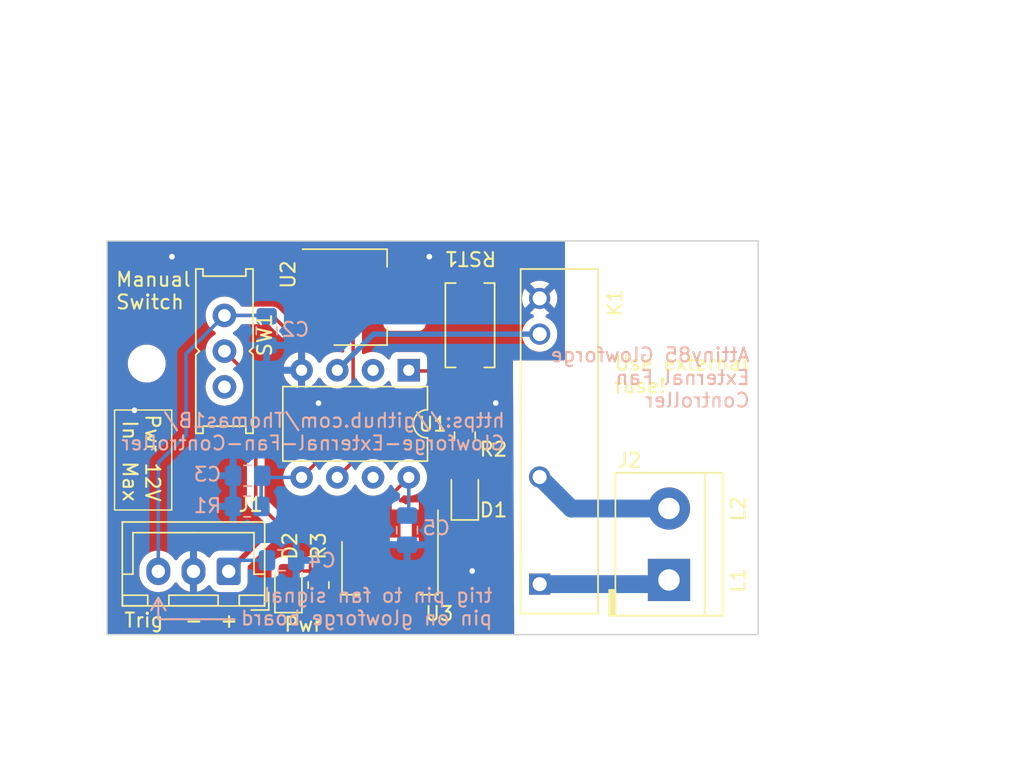
<source format=kicad_pcb>
(kicad_pcb (version 20221018) (generator pcbnew)
  (layers (0 "F.Cu" signal) (31 "B.Cu" signal) (34 "B.Paste" user) (35 "F.Paste" user) (36 "B.SilkS" user "B.Silkscreen") (37 "F.SilkS" user "F.Silkscreen") (38 "B.Mask" user) (39 "F.Mask" user) (44 "Edge.Cuts" user))
  (net 0 "")
  (net 1 "Net-(U1-PB0)")
  (net 2 "GND")
  (net 3 "/trigger_pin")
  (net 4 "/Vcc")
  (net 5 "Net-(J2-Pin_1)")
  (net 6 "Net-(J2-Pin_2)")
  (net 7 "Net-(K1-Signal+)")
  (net 8 "Net-(U1-PB5)")
  (net 11 "Net-(D1-A)")
  (net 13 "Net-(D2-A)")
  (net 14 "Net-(U1-PB1)")
  (net 15 "/Vin")
  (footprint "000_Thomas_Footprints:myTerminalBlock-2_P5.08mm" (layer "F.Cu") (at 145.5735 92.071 90)
    (fp_text reference "J2" (at 6.219 -1.8095 unlocked) (layer "F.SilkS"))
    (fp_text value "Fan_connector")
    (fp_line (start -4.83 -2.81) (end -4.83 4.81) (stroke (width 0.12)) (layer "F.SilkS"))
    (fp_line (start -4.83 4.81) (end 5.33 4.81) (stroke (width 0.12)) (layer "F.SilkS"))
    (fp_line (start 5.33 -2.81) (end -4.83 -2.81) (stroke (width 0.12)) (layer "F.SilkS"))
    (fp_line (start 5.33 3.54) (end -4.83 3.54) (stroke (width 0.12)) (layer "F.SilkS"))
    (fp_line (start 5.33 4.81) (end 5.33 -2.81) (stroke (width 0.12)) (layer "F.SilkS"))
    (fp_rect (start -4.83 -3.25) (end -3 -2.81) (stroke (width 0.12)) (fill solid) (layer "F.SilkS"))
    (pad "1" thru_hole rect (at -2.29 1 90) (size 3 3) (drill 1.52) (layers "*.Cu" "*.Mask") (net 5 "Net-(J2-Pin_1)"))
    (pad "2" thru_hole circle (at 2.79 1 90) (size 3 3) (drill 1.52) (layers "*.Cu" "*.Mask") (net 6 "Net-(J2-Pin_2)"))
  )
  (footprint "MountingHole:MountingHole_2.2mm_M2" (layer "F.Cu") (at 146.939 74.911 180)
    (fp_text reference "H1" hide)
    (fp_text value "MountingHole")
    (pad "" np_thru_hole circle (at 0 0 180) (size 2.2 2.2) (drill 2.2) (layers "*.Cu" "*.Mask"))
  )
  (footprint "Package_DIP:DIP-8_W7.62mm" (layer "F.Cu") (at 128.081 79.449 -90)
    (fp_text reference "U1" (at 3.844 -1.698) (layer "F.SilkS"))
    (fp_text value "attiny85")
    (fp_line (start 1.16 -1.33) (end 1.16 8.95) (stroke (width 0.12)) (layer "F.SilkS"))
    (fp_line (start 1.16 8.95) (end 6.46 8.95) (stroke (width 0.12)) (layer "F.SilkS"))
    (fp_line (start 2.81 -1.33) (end 1.16 -1.33) (stroke (width 0.12)) (layer "F.SilkS"))
    (fp_line (start 6.46 -1.33) (end 4.81 -1.33) (stroke (width 0.12)) (layer "F.SilkS"))
    (fp_line (start 6.46 8.95) (end 6.46 -1.33) (stroke (width 0.12)) (layer "F.SilkS"))
    (fp_arc (start 4.81 -1.33) (mid 3.81 -0.33) (end 2.81 -1.33) (stroke (width 0.12)) (layer "F.SilkS"))
    (pad "1" thru_hole rect (at 0 0 270) (size 1.6 1.6) (drill 0.8) (layers "*.Cu" "*.Mask") (net 8 "Net-(U1-PB5)"))
    (pad "2" thru_hole oval (at 0 2.54 270) (size 1.6 1.6) (drill 0.8) (layers "*.Cu" "*.Mask"))
    (pad "3" thru_hole oval (at 0 5.08 270) (size 1.6 1.6) (drill 0.8) (layers "*.Cu" "*.Mask") (net 7 "Net-(K1-Signal+)"))
    (pad "4" thru_hole oval (at 0 7.62 270) (size 1.6 1.6) (drill 0.8) (layers "*.Cu" "*.Mask") (net 2 "GND"))
    (pad "5" thru_hole oval (at 7.62 7.62 270) (size 1.6 1.6) (drill 0.8) (layers "*.Cu" "*.Mask") (net 1 "Net-(U1-PB0)"))
    (pad "6" thru_hole oval (at 7.62 5.08 270) (size 1.6 1.6) (drill 0.8) (layers "*.Cu" "*.Mask") (net 14 "Net-(U1-PB1)"))
    (pad "7" thru_hole oval (at 7.62 2.54 270) (size 1.6 1.6) (drill 0.8) (layers "*.Cu" "*.Mask"))
    (pad "8" thru_hole oval (at 7.62 0 270) (size 1.6 1.6) (drill 0.8) (layers "*.Cu" "*.Mask") (net 4 "/Vcc"))
  )
  (footprint "Package_TO_SOT_SMD:SOT-223-3_TabPin2" (layer "F.Cu") (at 124.631 74.249)
    (fp_text reference "U2" (at -5.124 -1.605 90) (layer "F.SilkS"))
    (fp_text value "AMS1117-5.0")
    (fp_line (start -4.1 -3.41) (end 1.91 -3.41) (stroke (width 0.12)) (layer "F.SilkS"))
    (fp_line (start -1.85 3.41) (end 1.91 3.41) (stroke (width 0.12)) (layer "F.SilkS"))
    (fp_line (start 1.91 -3.41) (end 1.91 -2.15) (stroke (width 0.12)) (layer "F.SilkS"))
    (fp_line (start 1.91 3.41) (end 1.91 2.15) (stroke (width 0.12)) (layer "F.SilkS"))
    (pad "1" smd rect (at -3.15 -2.3) (size 2 1.5) (layers "F.Cu" "F.Paste" "F.Mask") (net 2 "GND"))
    (pad "2" smd rect (at -3.15 0) (size 2 1.5) (layers "F.Cu" "F.Paste" "F.Mask") (net 1 "Net-(U1-PB0)"))
    (pad "2" smd rect (at 3.15 0) (size 2 3.8) (layers "F.Cu" "F.Paste" "F.Mask"))
    (pad "3" smd rect (at -3.15 2.3) (size 2 1.5) (layers "F.Cu" "F.Paste" "F.Mask") (net 3 "/trigger_pin"))
  )
  (footprint "LED_SMD:LED_0805_2012Metric_Pad1.15x1.40mm_HandSolder" (layer "F.Cu") (at 132.065 88.234 90)
    (fp_text reference "D1" (at -1.155 2.032) (layer "F.SilkS"))
    (fp_text value "Green LED")
    (fp_line (start -1.86 -0.96) (end -1.86 0.96) (stroke (width 0.12)) (layer "F.SilkS"))
    (fp_line (start -1.86 0.96) (end 1 0.96) (stroke (width 0.12)) (layer "F.SilkS"))
    (fp_line (start 1 -0.96) (end -1.86 -0.96) (stroke (width 0.12)) (layer "F.SilkS"))
    (pad "1" smd roundrect (at -1.025 0 90) (size 1.15 1.4) (layers "F.Cu" "F.Paste" "F.Mask") (roundrect_rratio 0.217391) (net 2 "GND"))
    (pad "2" smd roundrect (at 1.025 0 90) (size 1.15 1.4) (layers "F.Cu" "F.Paste" "F.Mask") (roundrect_rratio 0.217391) (net 11 "Net-(D1-A)"))
  )
  (footprint "MountingHole:MountingHole_2.2mm_M2" (layer "F.Cu") (at 109.459 78.975 180)
    (fp_text reference "H2" hide)
    (fp_text value "MountingHole")
    (pad "" np_thru_hole circle (at 0 0 180) (size 2.2 2.2) (drill 2.2) (layers "*.Cu" "*.Mask"))
  )
  (footprint "Resistor_SMD:R_0805_2012Metric_Pad1.20x1.40mm_HandSolder" (layer "F.Cu") (at 132.065 84.071 -90)
    (fp_text reference "R2" (at 1 -2.032) (layer "F.SilkS"))
    (fp_text value "2K")
    (fp_line (start -0.227064 -0.735) (end 0.227064 -0.735) (stroke (width 0.12)) (layer "F.SilkS"))
    (fp_line (start -0.227064 0.735) (end 0.227064 0.735) (stroke (width 0.12)) (layer "F.SilkS"))
    (pad "1" smd roundrect (at -1 0 270) (size 1.2 1.4) (layers "F.Cu" "F.Paste" "F.Mask") (roundrect_rratio 0.208333) (net 14 "Net-(U1-PB1)"))
    (pad "2" smd roundrect (at 1 0 270) (size 1.2 1.4) (layers "F.Cu" "F.Paste" "F.Mask") (roundrect_rratio 0.208333) (net 11 "Net-(D1-A)"))
  )
  (footprint "Package_TO_SOT_SMD:SOT-223-3_TabPin2" (layer "F.Cu") (at 126.746 93.499 -90)
    (fp_text reference "U3" (at 3.256 -3.502) (layer "F.SilkS"))
    (fp_text value "AMS1117-5.0")
    (fp_line (start -4.1 -3.41) (end 1.91 -3.41) (stroke (width 0.12)) (layer "F.SilkS"))
    (fp_line (start -1.85 3.41) (end 1.91 3.41) (stroke (width 0.12)) (layer "F.SilkS"))
    (fp_line (start 1.91 -3.41) (end 1.91 -2.15) (stroke (width 0.12)) (layer "F.SilkS"))
    (fp_line (start 1.91 3.41) (end 1.91 2.15) (stroke (width 0.12)) (layer "F.SilkS"))
    (pad "1" smd rect (at -3.15 -2.3 270) (size 2 1.5) (layers "F.Cu" "F.Paste" "F.Mask") (net 2 "GND"))
    (pad "2" smd rect (at -3.15 0 270) (size 2 1.5) (layers "F.Cu" "F.Paste" "F.Mask") (net 4 "/Vcc"))
    (pad "2" smd rect (at 3.15 0 270) (size 2 3.8) (layers "F.Cu" "F.Paste" "F.Mask") (net 4 "/Vcc"))
    (pad "3" smd rect (at -3.15 2.3 270) (size 2 1.5) (layers "F.Cu" "F.Paste" "F.Mask") (net 15 "/Vin"))
  )
  (footprint "000_Thomas_Footprints:SW_PTS636_SM43J_SMTR_LFS" (layer "F.Cu") (at 132.431 76.249 -90)
    (fp_text reference "RST1" (at -4.748 -0.03 -180 unlocked) (layer "F.SilkS"))
    (fp_text value "SW_Push")
    (fp_line (start -3 -1.75) (end 3 -1.75) (stroke (width 0.127)) (layer "F.SilkS"))
    (fp_line (start -3 -1.0135) (end -3 -1.75) (stroke (width 0.127)) (layer "F.SilkS"))
    (fp_line (start -3 1.75) (end -3 1.0135) (stroke (width 0.127)) (layer "F.SilkS"))
    (fp_line (start 3 -1.75) (end 3 -1.0135) (stroke (width 0.127)) (layer "F.SilkS"))
    (fp_line (start 3 1.0135) (end 3 1.75) (stroke (width 0.127)) (layer "F.SilkS"))
    (fp_line (start 3 1.75) (end -3 1.75) (stroke (width 0.127)) (layer "F.SilkS"))
    (pad "1" smd rect (at -3.25 0 270) (size 0.9 1.4) (layers "F.Cu" "F.Paste" "F.Mask") (net 2 "GND"))
    (pad "2" smd rect (at 3.25 0 270) (size 0.9 1.4) (layers "F.Cu" "F.Paste" "F.Mask") (net 8 "Net-(U1-PB5)"))
  )
  (footprint "LED_SMD:LED_0805_2012Metric_Pad1.15x1.40mm_HandSolder" (layer "F.Cu") (at 119.527 94.824 90)
    (fp_text reference "D2" (at 2.876 0.107 90) (layer "F.SilkS"))
    (fp_text value "Red LED")
    (fp_line (start -1.86 -0.96) (end -1.86 0.96) (stroke (width 0.12)) (layer "F.SilkS"))
    (fp_line (start -1.86 0.96) (end 1 0.96) (stroke (width 0.12)) (layer "F.SilkS"))
    (fp_line (start 1 -0.96) (end -1.86 -0.96) (stroke (width 0.12)) (layer "F.SilkS"))
    (pad "1" smd roundrect (at -1.025 0 90) (size 1.15 1.4) (layers "F.Cu" "F.Paste" "F.Mask") (roundrect_rratio 0.217391) (net 2 "GND"))
    (pad "2" smd roundrect (at 1.025 0 90) (size 1.15 1.4) (layers "F.Cu" "F.Paste" "F.Mask") (roundrect_rratio 0.217391) (net 13 "Net-(D2-A)"))
  )
  (footprint "000_Thomas_Footprints:G3MB-202PDC5 Relay" (layer "F.Cu") (at 140.511 84.807 -90)
    (fp_text reference "K1" (at -10.15 -2.222 90) (layer "F.SilkS"))
    (fp_text value "G3MB-202PDC5 Relay")
    (fp_line (start -12.558 -1.02) (end -12.558 4.48) (stroke (width 0.127)) (layer "F.SilkS"))
    (fp_line (start -12.558 4.48) (end 11.942 4.48) (stroke (width 0.127)) (layer "F.SilkS"))
    (fp_line (start 11.942 -1.02) (end -12.558 -1.02) (stroke (width 0.127)) (layer "F.SilkS"))
    (fp_line (start 11.942 4.48) (end 11.942 -1.02) (stroke (width 0.127)) (layer "F.SilkS"))
    (pad "1" thru_hole rect (at 9.852 3.13 90) (size 1.508 1.508) (drill 1) (layers "*.Cu" "*.Mask") (net 5 "Net-(J2-Pin_1)"))
    (pad "2" thru_hole circle (at 2.232 3.13 90) (size 1.508 1.508) (drill 1) (layers "*.Cu" "*.Mask") (net 6 "Net-(J2-Pin_2)"))
    (pad "3" thru_hole circle (at -7.928 3.13 90) (size 1.508 1.508) (drill 1) (layers "*.Cu" "*.Mask") (net 7 "Net-(K1-Signal+)"))
    (pad "4" thru_hole circle (at -10.468 3.13 90) (size 1.508 1.508) (drill 1) (layers "*.Cu" "*.Mask") (net 2 "GND"))
  )
  (footprint "Connector_JST:JST_XH_B3B-XH-A_1x03_P2.50mm_Vertical" (layer "F.Cu") (at 115.281 93.749 180)
    (fp_text reference "J1" (at -1.57 4.75) (layer "F.SilkS"))
    (fp_text value "Conn_01x03")
    (fp_line (start -2.85 -2.75) (end -2.85 -1.5) (stroke (width 0.12)) (layer "F.SilkS"))
    (fp_line (start -2.56 -2.46) (end -2.56 3.51) (stroke (width 0.12)) (layer "F.SilkS"))
    (fp_line (start -2.56 3.51) (end 7.56 3.51) (stroke (width 0.12)) (layer "F.SilkS"))
    (fp_line (start -2.55 -2.45) (end -2.55 -1.7) (stroke (width 0.12)) (layer "F.SilkS"))
    (fp_line (start -2.55 -1.7) (end -0.75 -1.7) (stroke (width 0.12)) (layer "F.SilkS"))
    (fp_line (start -2.55 -0.2) (end -1.8 -0.2) (stroke (width 0.12)) (layer "F.SilkS"))
    (fp_line (start -1.8 -0.2) (end -1.8 2.75) (stroke (width 0.12)) (layer "F.SilkS"))
    (fp_line (start -1.8 2.75) (end 2.5 2.75) (stroke (width 0.12)) (layer "F.SilkS"))
    (fp_line (start -1.6 -2.75) (end -2.85 -2.75) (stroke (width 0.12)) (layer "F.SilkS"))
    (fp_line (start -0.75 -2.45) (end -2.55 -2.45) (stroke (width 0.12)) (layer "F.SilkS"))
    (fp_line (start -0.75 -1.7) (end -0.75 -2.45) (stroke (width 0.12)) (layer "F.SilkS"))
    (fp_line (start 0.75 -2.45) (end 0.75 -1.7) (stroke (width 0.12)) (layer "F.SilkS"))
    (fp_line (start 0.75 -1.7) (end 4.25 -1.7) (stroke (width 0.12)) (layer "F.SilkS"))
    (fp_line (start 4.25 -2.45) (end 0.75 -2.45) (stroke (width 0.12)) (layer "F.SilkS"))
    (fp_line (start 4.25 -1.7) (end 4.25 -2.45) (stroke (width 0.12)) (layer "F.SilkS"))
    (fp_line (start 5.75 -2.45) (end 5.75 -1.7) (stroke (width 0.12)) (layer "F.SilkS"))
    (fp_line (start 5.75 -1.7) (end 7.55 -1.7) (stroke (width 0.12)) (layer "F.SilkS"))
    (fp_line (start 6.8 -0.2) (end 6.8 2.75) (stroke (width 0.12)) (layer "F.SilkS"))
    (fp_line (start 6.8 2.75) (end 2.5 2.75) (stroke (width 0.12)) (layer "F.SilkS"))
    (fp_line (start 7.55 -2.45) (end 5.75 -2.45) (stroke (width 0.12)) (layer "F.SilkS"))
    (fp_line (start 7.55 -1.7) (end 7.55 -2.45) (stroke (width 0.12)) (layer "F.SilkS"))
    (fp_line (start 7.55 -0.2) (end 6.8 -0.2) (stroke (width 0.12)) (layer "F.SilkS"))
    (fp_line (start 7.56 -2.46) (end -2.56 -2.46) (stroke (width 0.12)) (layer "F.SilkS"))
    (fp_line (start 7.56 3.51) (end 7.56 -2.46) (stroke (width 0.12)) (layer "F.SilkS"))
    (pad "1" thru_hole roundrect (at 0 0 180) (size 1.7 1.95) (drill 0.95) (layers "*.Cu" "*.Mask") (roundrect_rratio 0.147059) (net 15 "/Vin"))
    (pad "2" thru_hole oval (at 2.5 0 180) (size 1.7 1.95) (drill 0.95) (layers "*.Cu" "*.Mask") (net 2 "GND"))
    (pad "3" thru_hole oval (at 5 0 180) (size 1.7 1.95) (drill 0.95) (layers "*.Cu" "*.Mask") (net 3 "/trigger_pin"))
  )
  (footprint "Resistor_SMD:R_0805_2012Metric_Pad1.20x1.40mm_HandSolder" (layer "F.Cu") (at 121.666 94.726 90)
    (fp_text reference "R3" (at 2.778 0 90) (layer "F.SilkS"))
    (fp_text value "2K")
    (fp_line (start -0.227064 -0.735) (end 0.227064 -0.735) (stroke (width 0.12)) (layer "F.SilkS"))
    (fp_line (start -0.227064 0.735) (end 0.227064 0.735) (stroke (width 0.12)) (layer "F.SilkS"))
    (pad "1" smd roundrect (at -1 0 90) (size 1.2 1.4) (layers "F.Cu" "F.Paste" "F.Mask") (roundrect_rratio 0.208333) (net 4 "/Vcc"))
    (pad "2" smd roundrect (at 1 0 90) (size 1.2 1.4) (layers "F.Cu" "F.Paste" "F.Mask") (roundrect_rratio 0.208333) (net 13 "Net-(D2-A)"))
  )
  (footprint "000_Thomas_Footprints:EG1218 Slide Switch" (layer "F.Cu") (at 114.981 78.089 90)
    (fp_text reference "SW1" (at 1.146 2.86 90) (layer "F.SilkS"))
    (fp_text value "SW_SPDT")
    (fp_line (start -5.842 -2.032) (end -0.254 -2.032) (stroke (width 0.127)) (layer "F.SilkS"))
    (fp_line (start -5.842 -1.524) (end -5.842 -2.032) (stroke (width 0.127)) (layer "F.SilkS"))
    (fp_line (start -5.842 1.524) (end -5.334 1.524) (stroke (width 0.127)) (layer "F.SilkS"))
    (fp_line (start -5.842 2.032) (end -5.842 1.524) (stroke (width 0.127)) (layer "F.SilkS"))
    (fp_line (start -5.334 -1.524) (end -5.842 -1.524) (stroke (width 0.127)) (layer "F.SilkS"))
    (fp_line (start -5.334 1.524) (end -5.334 -1.524) (stroke (width 0.127)) (layer "F.SilkS"))
    (fp_line (start -0.254 -2.032) (end 0 -1.778) (stroke (width 0.127)) (layer "F.SilkS"))
    (fp_line (start -0.254 2.032) (end -5.842 2.032) (stroke (width 0.127)) (layer "F.SilkS"))
    (fp_line (start 0 -1.778) (end 0.254 -2.032) (stroke (width 0.127)) (layer "F.SilkS"))
    (fp_line (start 0 1.778) (end -0.254 2.032) (stroke (width 0.127)) (layer "F.SilkS"))
    (fp_line (start 0.254 -2.032) (end 5.842 -2.032) (stroke (width 0.127)) (layer "F.SilkS"))
    (fp_line (start 0.254 2.032) (end 0 1.778) (stroke (width 0.127)) (layer "F.SilkS"))
    (fp_line (start 5.334 -1.524) (end 5.334 1.524) (stroke (width 0.127)) (layer "F.SilkS"))
    (fp_line (start 5.334 1.524) (end 5.842 1.524) (stroke (width 0.127)) (layer "F.SilkS"))
    (fp_line (start 5.842 -2.032) (end 5.842 -1.524) (stroke (width 0.127)) (layer "F.SilkS"))
    (fp_line (start 5.842 -1.524) (end 5.334 -1.524) (stroke (width 0.127)) (layer "F.SilkS"))
    (fp_line (start 5.842 1.524) (end 5.842 2.032) (stroke (width 0.127)) (layer "F.SilkS"))
    (fp_line (start 5.842 2.032) (end 0.254 2.032) (stroke (width 0.127)) (layer "F.SilkS"))
    (pad "1" thru_hole circle (at -2.54 0 90) (size 1.6764 1.6764) (drill 0.9) (layers "*.Cu" "*.Mask"))
    (pad "2" thru_hole circle (at 0 0 90) (size 1.6764 1.6764) (drill 0.9) (layers "*.Cu" "*.Mask") (net 15 "/Vin"))
    (pad "3" thru_hole circle (at 2.54 0 90) (size 1.6764 1.6764) (drill 0.9) (layers "*.Cu" "*.Mask") (net 3 "/trigger_pin"))
  )
  (footprint "Capacitor_SMD:C_0805_2012Metric_Pad1.18x1.45mm_HandSolder" (layer "B.Cu") (at 117.981 76.649 -90)
    (fp_text reference "C2" (at -0.1 -2.05) (layer "B.SilkS") (effects (justify mirror)))
    (fp_text value "10uF")
    (fp_line (start -0.261252 -0.735) (end 0.261252 -0.735) (stroke (width 0.12)) (layer "B.SilkS"))
    (fp_line (start -0.261252 0.735) (end 0.261252 0.735) (stroke (width 0.12)) (layer "B.SilkS"))
    (pad "1" smd roundrect (at -1.0375 0 270) (size 1.175 1.45) (layers "B.Cu" "B.Paste" "B.Mask") (roundrect_rratio 0.212766) (net 3 "/trigger_pin"))
    (pad "2" smd roundrect (at 1.0375 0 270) (size 1.175 1.45) (layers "B.Cu" "B.Paste" "B.Mask") (roundrect_rratio 0.212766) (net 2 "GND"))
  )
  (footprint "Capacitor_SMD:C_0805_2012Metric_Pad1.18x1.45mm_HandSolder" (layer "B.Cu") (at 127.961 90.819 90)
    (fp_text reference "C5" (at 0.16 2.072) (layer "B.SilkS") (effects (justify mirror)))
    (fp_text value "22uF")
    (fp_line (start -0.261252 -0.735) (end 0.261252 -0.735) (stroke (width 0.12)) (layer "B.SilkS"))
    (fp_line (start -0.261252 0.735) (end 0.261252 0.735) (stroke (width 0.12)) (layer "B.SilkS"))
    (pad "1" smd roundrect (at -1.0375 0 90) (size 1.175 1.45) (layers "B.Cu" "B.Paste" "B.Mask") (roundrect_rratio 0.212766) (net 2 "GND"))
    (pad "2" smd roundrect (at 1.0375 0 90) (size 1.175 1.45) (layers "B.Cu" "B.Paste" "B.Mask") (roundrect_rratio 0.212766) (net 4 "/Vcc"))
  )
  (footprint "Capacitor_SMD:C_0805_2012Metric_Pad1.18x1.45mm_HandSolder" (layer "B.Cu") (at 119.0435 92.964 180)
    (fp_text reference "C4" (at -2.8765 0) (layer "B.SilkS") (effects (justify mirror)))
    (fp_text value "10uF")
    (fp_line (start -0.261252 -0.735) (end 0.261252 -0.735) (stroke (width 0.12)) (layer "B.SilkS"))
    (fp_line (start -0.261252 0.735) (end 0.261252 0.735) (stroke (width 0.12)) (layer "B.SilkS"))
    (pad "1" smd roundrect (at -1.0375 0 180) (size 1.175 1.45) (layers "B.Cu" "B.Paste" "B.Mask") (roundrect_rratio 0.212766) (net 2 "GND"))
    (pad "2" smd roundrect (at 1.0375 0 180) (size 1.175 1.45) (layers "B.Cu" "B.Paste" "B.Mask") (roundrect_rratio 0.212766) (net 15 "/Vin"))
  )
  (footprint "Capacitor_SMD:C_0805_2012Metric_Pad1.18x1.45mm_HandSolder" (layer "B.Cu") (at 116.631 86.949 180)
    (fp_text reference "C3" (at 2.854 0.1) (layer "B.SilkS") (effects (justify mirror)))
    (fp_text value "22uF")
    (fp_line (start -0.261252 -0.735) (end 0.261252 -0.735) (stroke (width 0.12)) (layer "B.SilkS"))
    (fp_line (start -0.261252 0.735) (end 0.261252 0.735) (stroke (width 0.12)) (layer "B.SilkS"))
    (pad "1" smd roundrect (at -1.0375 0 180) (size 1.175 1.45) (layers "B.Cu" "B.Paste" "B.Mask") (roundrect_rratio 0.212766) (net 1 "Net-(U1-PB0)"))
    (pad "2" smd roundrect (at 1.0375 0 180) (size 1.175 1.45) (layers "B.Cu" "B.Paste" "B.Mask") (roundrect_rratio 0.212766) (net 2 "GND"))
  )
  (footprint "Resistor_SMD:R_0805_2012Metric_Pad1.20x1.40mm_HandSolder" (layer "B.Cu") (at 116.5935 89.135)
    (fp_text reference "R1" (at -2.8165 -0.05) (layer "B.SilkS") (effects (justify mirror)))
    (fp_text value "10K")
    (fp_line (start -0.227064 -0.735) (end 0.227064 -0.735) (stroke (width 0.12)) (layer "B.SilkS"))
    (fp_line (start -0.227064 0.735) (end 0.227064 0.735) (stroke (width 0.12)) (layer "B.SilkS"))
    (pad "1" smd roundrect (at -1 0) (size 1.2 1.4) (layers "B.Cu" "B.Paste" "B.Mask") (roundrect_rratio 0.208333) (net 2 "GND"))
    (pad "2" smd roundrect (at 1 0) (size 1.2 1.4) (layers "B.Cu" "B.Paste" "B.Mask") (roundrect_rratio 0.208333) (net 1 "Net-(U1-PB0)"))
  )
  (gr_line (start 110.281 97.155) (end 110.281 95.631) (stroke (width 0.15)) (layer "B.SilkS"))
  (gr_line (start 110.281 97.155) (end 115.697 97.155) (stroke (width 0.15)) (layer "B.SilkS"))
  (gr_line (start 110.281 95.631) (end 109.773 96.52) (stroke (width 0.15)) (layer "B.SilkS"))
  (gr_line (start 110.281 95.631) (end 110.789 96.52) (stroke (width 0.15)) (layer "B.SilkS"))
  (gr_rect (start 107.173 82.277) (end 111.237 89.389) (stroke (width 0.1016)) (fill none) (layer "F.SilkS"))
  (gr_rect (start 106.634103 70.249) (end 152.908 98.249) (stroke (width 0.1)) (fill none) (layer "Edge.Cuts"))
  (gr_text "trig pin to fan signal\npin on glowforge board" (at 134.112 97.663) (layer "B.SilkS") (effects (font (size 1 1)) (justify left bottom mirror)))
  (gr_text "Attiny85 Glowforge\nExternal Fan\nController" (at 152.4 82.169) (layer "B.SilkS") (effects (font (size 1 1)) (justify left bottom mirror)))
  (gr_text "https://github.com/Thomas1B/\nGlowforge-External-Fan-Controller" (at 135.001 85.217) (layer "B.SilkS") (effects (font (size 1 1)) (justify left bottom mirror)))
  (gr_text "Trig" (at 107.777047 97.810861) (layer "F.SilkS") (effects (font (size 1 1)) (justify left bottom)))
  (gr_text "Pwr" (at 119.144776 98.108942) (layer "F.SilkS") (effects (font (size 1 1)) (justify left bottom)))
  (gr_text "Manual\nSwitch" (at 107.188 75.184) (layer "F.SilkS") (effects (font (size 1 1)) (justify left bottom)))
  (gr_text "L1" (at 152.0735 95.366952 90) (layer "F.SilkS") (effects (font (size 1 1)) (justify left bottom)))
  (gr_text "+" (at 116.027047 96.810861 180) (layer "F.SilkS") (effects (font (size 1 1)) (justify left bottom)))
  (gr_text "L2" (at 152.0735 90.286952 90) (layer "F.SilkS") (effects (font (size 1 1)) (justify left bottom)))
  (gr_text "Use external\nfuse!" (at 142.621 81.153) (layer "F.SilkS") (effects (font (size 1 1)) (justify left bottom)))
  (gr_text "Pwr 12V\nIn  Max" (at 107.681 88.881 -90) (layer "F.SilkS") (effects (font (size 1 1)) (justify right bottom)))
  (gr_text "-" (at 113.527047 96.810861 180) (layer "F.SilkS") (effects (font (size 1 1)) (justify left bottom)))
  (segment (start 121.481 74.249) (end 123.281 74.249) (width 0.25) (layer "F.Cu") (net 1))
  (segment (start 124.126 75.094) (end 124.126 83.404) (width 0.25) (layer "F.Cu") (net 1))
  (segment (start 123.281 74.249) (end 124.126 75.094) (width 0.25) (layer "F.Cu") (net 1))
  (segment (start 124.126 83.404) (end 120.461 87.069) (width 0.25) (layer "F.Cu") (net 1))
  (segment (start 117.5935 87.024) (end 117.6685 86.949) (width 0.25) (layer "B.Cu") (net 1))
  (segment (start 117.6685 86.949) (end 117.7885 87.069) (width 0.25) (layer "B.Cu") (net 1))
  (segment (start 117.7885 87.069) (end 120.461 87.069) (width 0.25) (layer "B.Cu") (net 1))
  (segment (start 117.5935 89.135) (end 117.5935 87.024) (width 0.25) (layer "B.Cu") (net 1))
  (via (at 132.588 93.726) (size 0.8) (drill 0.4) (layers "F.Cu" "B.Cu") (net 2))
  (via (at 111.252 71.374) (size 0.8) (drill 0.4) (layers "F.Cu" "B.Cu") (net 2))
  (via (at 108.585 82.296) (size 0.8) (drill 0.4) (layers "F.Cu" "B.Cu") (net 2))
  (via (at 121.666 81.788) (size 0.8) (drill 0.4) (layers "F.Cu" "B.Cu") (net 2))
  (via (at 134.261233 81.779853) (size 0.8) (drill 0.4) (layers "F.Cu" "B.Cu") (net 2))
  (via (at 129.54 71.374) (size 0.8) (drill 0.4) (layers "F.Cu" "B.Cu") (net 2))
  (segment (start 114.981 75.549) (end 118.381 75.549) (width 0.25) (layer "F.Cu") (net 3))
  (segment (start 118.381 75.549) (end 119.381 76.549) (width 0.25) (layer "F.Cu") (net 3))
  (segment (start 119.381 76.549) (end 121.481 76.549) (width 0.25) (layer "F.Cu") (net 3))
  (segment (start 110.281 86.027) (end 110.281 93.749) (width 0.25) (layer "B.Cu") (net 3))
  (segment (start 112.253 84.055) (end 110.281 86.027) (width 0.25) (layer "B.Cu") (net 3))
  (segment (start 112.253 78.277) (end 112.253 84.055) (width 0.25) (layer "B.Cu") (net 3))
  (segment (start 114.981 75.549) (end 112.253 78.277) (width 0.25) (layer "B.Cu") (net 3))
  (segment (start 117.9185 75.549) (end 117.981 75.6115) (width 0.25) (layer "B.Cu") (net 3))
  (segment (start 114.981 75.549) (end 117.9185 75.549) (width 0.25) (layer "B.Cu") (net 3))
  (segment (start 126.746 96.649) (end 122.589 96.649) (width 0.25) (layer "F.Cu") (net 4))
  (segment (start 122.589 96.649) (end 121.666 95.726) (width 0.25) (layer "F.Cu") (net 4))
  (segment (start 126.746 90.349) (end 126.746 88.404) (width 0.25) (layer "F.Cu") (net 4))
  (segment (start 126.746 88.404) (end 128.081 87.069) (width 0.25) (layer "F.Cu") (net 4))
  (segment (start 128.081 87.069) (end 128.081 89.6615) (width 0.25) (layer "B.Cu") (net 4))
  (segment (start 128.081 89.6615) (end 127.961 89.7815) (width 0.25) (layer "B.Cu") (net 4))
  (segment (start 146.2755 94.659) (end 146.5735 94.361) (width 1.27) (layer "B.Cu") (net 5))
  (segment (start 137.381 94.659) (end 146.2755 94.659) (width 1.27) (layer "B.Cu") (net 5))
  (segment (start 139.623 89.281) (end 137.381 87.039) (width 1.27) (layer "B.Cu") (net 6))
  (segment (start 146.5735 89.281) (end 139.623 89.281) (width 1.27) (layer "B.Cu") (net 6))
  (segment (start 125.571 76.879) (end 123.001 79.449) (width 0.381) (layer "B.Cu") (net 7))
  (segment (start 137.381 76.879) (end 125.571 76.879) (width 0.381) (layer "B.Cu") (net 7))
  (segment (start 128.131 79.499) (end 128.081 79.449) (width 0.25) (layer "F.Cu") (net 8))
  (segment (start 132.431 79.499) (end 128.131 79.499) (width 0.25) (layer "F.Cu") (net 8))
  (segment (start 132.065 85.071) (end 132.065 87.209) (width 0.25) (layer "F.Cu") (net 11))
  (segment (start 121.666 93.726) (end 119.6 93.726) (width 0.25) (layer "F.Cu") (net 13))
  (segment (start 119.6 93.726) (end 119.527 93.799) (width 0.25) (layer "F.Cu") (net 13))
  (segment (start 123.001 87.069) (end 126.999 83.071) (width 0.25) (layer "F.Cu") (net 14))
  (segment (start 126.999 83.071) (end 132.065 83.071) (width 0.25) (layer "F.Cu") (net 14))
  (segment (start 118.681 90.229) (end 118.681 90.349) (width 0.25) (layer "F.Cu") (net 15))
  (segment (start 117.206 88.754) (end 118.681 90.229) (width 0.25) (layer "F.Cu") (net 15))
  (segment (start 118.681 90.349) (end 115.281 93.749) (width 0.381) (layer "F.Cu") (net 15))
  (segment (start 124.446 90.349) (end 118.681 90.349) (width 0.25) (layer "F.Cu") (net 15))
  (segment (start 114.981 78.089) (end 117.206 80.314) (width 0.25) (layer "F.Cu") (net 15))
  (segment (start 117.206 80.314) (end 117.206 88.754) (width 0.25) (layer "F.Cu") (net 15))
  (segment (start 118.006 92.964) (end 116.066 92.964) (width 0.25) (layer "B.Cu") (net 15))
  (segment (start 116.066 92.964) (end 115.281 93.749) (width 0.25) (layer "B.Cu") (net 15))
  (zone (net 0) (net_name "") (layers "F&B.Cu") (connect_pads (clearance 0)) (min_thickness 0.25)
    (keepout (tracks allowed) (vias allowed) (pads allowed) (copperpour not_allowed) (footprints allowed))
    (fill (thermal_gap 0.5) (thermal_bridge_width 0.5))
    (polygon (pts (xy 158.581 100.549) (xy 135.581 100.549) (xy 135.481 78.749) (xy 158.481 78.749)))
  )
  (zone (net 0) (net_name "") (layers "F&B.Cu") (connect_pads (clearance 0)) (min_thickness 0.25)
    (keepout (tracks allowed) (vias allowed) (pads allowed) (copperpour not_allowed) (footprints allowed))
    (fill (thermal_gap 0.5) (thermal_bridge_width 0.5))
    (polygon (pts (xy 158.481 78.749) (xy 139.181 78.749) (xy 139.181 69.749) (xy 158.481 69.749)))
  )
  (zone (net 2) (net_name "GND") (layers "F&B.Cu") (connect_pads (clearance 0.5)) (min_thickness 0.25) (fill yes (thermal_gap 0.5) (thermal_bridge_width 0.5))
    (polygon (pts (xy 160.781 102.499) (xy 99.031 102.749) (xy 99.031 63.999) (xy 160.781 64.249)))
  )
)
</source>
